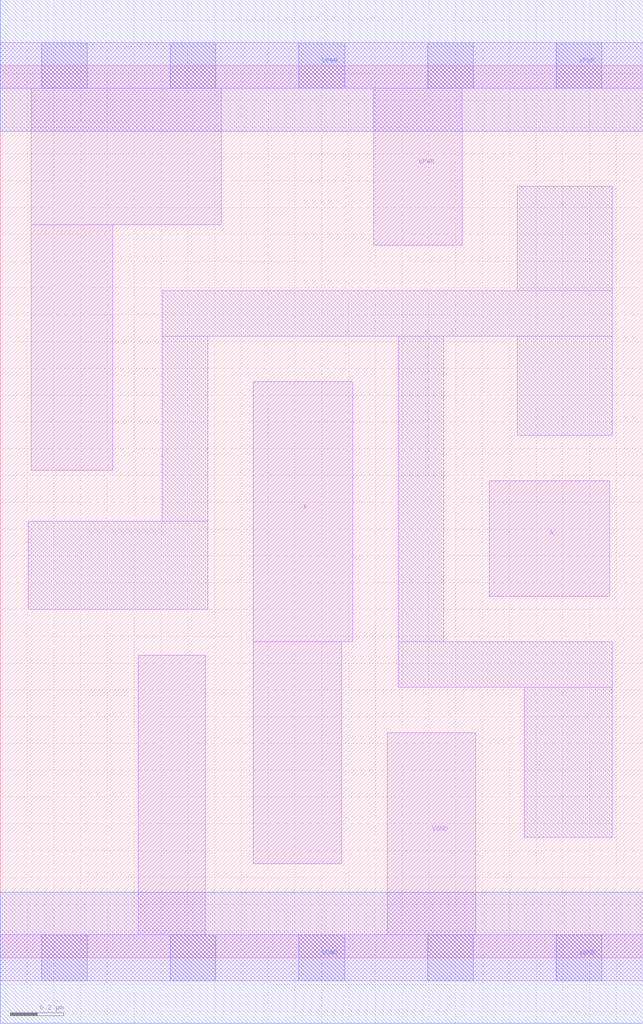
<source format=lef>
# Copyright 2020 The SkyWater PDK Authors
#
# Licensed under the Apache License, Version 2.0 (the "License");
# you may not use this file except in compliance with the License.
# You may obtain a copy of the License at
#
#     https://www.apache.org/licenses/LICENSE-2.0
#
# Unless required by applicable law or agreed to in writing, software
# distributed under the License is distributed on an "AS IS" BASIS,
# WITHOUT WARRANTIES OR CONDITIONS OF ANY KIND, either express or implied.
# See the License for the specific language governing permissions and
# limitations under the License.
#
# SPDX-License-Identifier: Apache-2.0

VERSION 5.7 ;
  NAMESCASESENSITIVE ON ;
  NOWIREEXTENSIONATPIN ON ;
  DIVIDERCHAR "/" ;
  BUSBITCHARS "[]" ;
UNITS
  DATABASE MICRONS 200 ;
END UNITS
MACRO sky130_fd_sc_ls__buf_2
  CLASS CORE ;
  SOURCE USER ;
  FOREIGN sky130_fd_sc_ls__buf_2 ;
  ORIGIN  0.000000  0.000000 ;
  SIZE  2.400000 BY  3.330000 ;
  SYMMETRY X Y ;
  SITE unit ;
  PIN A
    ANTENNAGATEAREA  0.246000 ;
    DIRECTION INPUT ;
    USE SIGNAL ;
    PORT
      LAYER li1 ;
        RECT 1.825000 1.350000 2.275000 1.780000 ;
    END
  END A
  PIN X
    ANTENNADIFFAREA  0.543200 ;
    DIRECTION OUTPUT ;
    USE SIGNAL ;
    PORT
      LAYER li1 ;
        RECT 0.945000 0.350000 1.275000 1.180000 ;
        RECT 0.945000 1.180000 1.315000 2.150000 ;
    END
  END X
  PIN VGND
    DIRECTION INOUT ;
    SHAPE ABUTMENT ;
    USE GROUND ;
    PORT
      LAYER li1 ;
        RECT 0.000000 -0.085000 2.400000 0.085000 ;
        RECT 0.515000  0.085000 0.765000 1.130000 ;
        RECT 1.445000  0.085000 1.775000 0.840000 ;
      LAYER mcon ;
        RECT 0.155000 -0.085000 0.325000 0.085000 ;
        RECT 0.635000 -0.085000 0.805000 0.085000 ;
        RECT 1.115000 -0.085000 1.285000 0.085000 ;
        RECT 1.595000 -0.085000 1.765000 0.085000 ;
        RECT 2.075000 -0.085000 2.245000 0.085000 ;
      LAYER met1 ;
        RECT 0.000000 -0.245000 2.400000 0.245000 ;
    END
  END VGND
  PIN VPWR
    DIRECTION INOUT ;
    SHAPE ABUTMENT ;
    USE POWER ;
    PORT
      LAYER li1 ;
        RECT 0.000000 3.245000 2.400000 3.415000 ;
        RECT 0.115000 1.820000 0.420000 2.735000 ;
        RECT 0.115000 2.735000 0.825000 3.245000 ;
        RECT 1.395000 2.660000 1.725000 3.245000 ;
      LAYER mcon ;
        RECT 0.155000 3.245000 0.325000 3.415000 ;
        RECT 0.635000 3.245000 0.805000 3.415000 ;
        RECT 1.115000 3.245000 1.285000 3.415000 ;
        RECT 1.595000 3.245000 1.765000 3.415000 ;
        RECT 2.075000 3.245000 2.245000 3.415000 ;
      LAYER met1 ;
        RECT 0.000000 3.085000 2.400000 3.575000 ;
    END
  END VPWR
  OBS
    LAYER li1 ;
      RECT 0.105000 1.300000 0.775000 1.630000 ;
      RECT 0.605000 1.630000 0.775000 2.320000 ;
      RECT 0.605000 2.320000 2.285000 2.490000 ;
      RECT 1.485000 1.010000 2.285000 1.180000 ;
      RECT 1.485000 1.180000 1.655000 2.320000 ;
      RECT 1.930000 1.950000 2.285000 2.320000 ;
      RECT 1.930000 2.490000 2.285000 2.880000 ;
      RECT 1.955000 0.450000 2.285000 1.010000 ;
  END
END sky130_fd_sc_ls__buf_2

</source>
